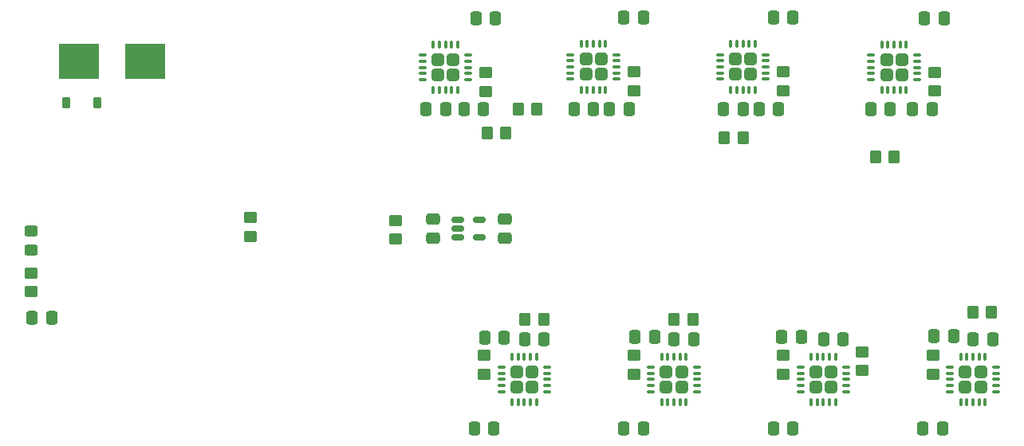
<source format=gbr>
%TF.GenerationSoftware,KiCad,Pcbnew,7.0.6*%
%TF.CreationDate,2023-07-11T08:11:05-07:00*%
%TF.ProjectId,Thermo-RTD-8-v1_5,54686572-6d6f-42d5-9254-442d382d7631,rev?*%
%TF.SameCoordinates,Original*%
%TF.FileFunction,Paste,Top*%
%TF.FilePolarity,Positive*%
%FSLAX46Y46*%
G04 Gerber Fmt 4.6, Leading zero omitted, Abs format (unit mm)*
G04 Created by KiCad (PCBNEW 7.0.6) date 2023-07-11 08:11:05*
%MOMM*%
%LPD*%
G01*
G04 APERTURE LIST*
G04 Aperture macros list*
%AMRoundRect*
0 Rectangle with rounded corners*
0 $1 Rounding radius*
0 $2 $3 $4 $5 $6 $7 $8 $9 X,Y pos of 4 corners*
0 Add a 4 corners polygon primitive as box body*
4,1,4,$2,$3,$4,$5,$6,$7,$8,$9,$2,$3,0*
0 Add four circle primitives for the rounded corners*
1,1,$1+$1,$2,$3*
1,1,$1+$1,$4,$5*
1,1,$1+$1,$6,$7*
1,1,$1+$1,$8,$9*
0 Add four rect primitives between the rounded corners*
20,1,$1+$1,$2,$3,$4,$5,0*
20,1,$1+$1,$4,$5,$6,$7,0*
20,1,$1+$1,$6,$7,$8,$9,0*
20,1,$1+$1,$8,$9,$2,$3,0*%
G04 Aperture macros list end*
%ADD10RoundRect,0.250000X0.450000X-0.350000X0.450000X0.350000X-0.450000X0.350000X-0.450000X-0.350000X0*%
%ADD11RoundRect,0.250000X-0.337500X-0.475000X0.337500X-0.475000X0.337500X0.475000X-0.337500X0.475000X0*%
%ADD12RoundRect,0.250000X-0.350000X-0.450000X0.350000X-0.450000X0.350000X0.450000X-0.350000X0.450000X0*%
%ADD13RoundRect,0.250000X0.337500X0.475000X-0.337500X0.475000X-0.337500X-0.475000X0.337500X-0.475000X0*%
%ADD14RoundRect,0.075000X-0.075000X-0.337500X0.075000X-0.337500X0.075000X0.337500X-0.075000X0.337500X0*%
%ADD15RoundRect,0.075000X-0.337500X-0.075000X0.337500X-0.075000X0.337500X0.075000X-0.337500X0.075000X0*%
%ADD16RoundRect,0.250000X-0.405000X-0.405000X0.405000X-0.405000X0.405000X0.405000X-0.405000X0.405000X0*%
%ADD17RoundRect,0.250000X0.350000X0.450000X-0.350000X0.450000X-0.350000X-0.450000X0.350000X-0.450000X0*%
%ADD18RoundRect,0.225000X0.225000X0.375000X-0.225000X0.375000X-0.225000X-0.375000X0.225000X-0.375000X0*%
%ADD19RoundRect,0.075000X0.075000X0.337500X-0.075000X0.337500X-0.075000X-0.337500X0.075000X-0.337500X0*%
%ADD20RoundRect,0.075000X0.337500X0.075000X-0.337500X0.075000X-0.337500X-0.075000X0.337500X-0.075000X0*%
%ADD21RoundRect,0.250000X0.405000X0.405000X-0.405000X0.405000X-0.405000X-0.405000X0.405000X-0.405000X0*%
%ADD22RoundRect,0.250000X-0.450000X0.350000X-0.450000X-0.350000X0.450000X-0.350000X0.450000X0.350000X0*%
%ADD23RoundRect,0.150000X-0.512500X-0.150000X0.512500X-0.150000X0.512500X0.150000X-0.512500X0.150000X0*%
%ADD24RoundRect,0.250000X-0.450000X0.325000X-0.450000X-0.325000X0.450000X-0.325000X0.450000X0.325000X0*%
%ADD25RoundRect,0.250000X-0.475000X0.337500X-0.475000X-0.337500X0.475000X-0.337500X0.475000X0.337500X0*%
%ADD26R,4.240000X3.810000*%
G04 APERTURE END LIST*
D10*
%TO.C,R202*%
X54160000Y50977500D03*
X54160000Y48977500D03*
%TD*%
D11*
%TO.C,C502*%
X101537500Y47095000D03*
X99462500Y47095000D03*
%TD*%
D12*
%TO.C,R601*%
X60301200Y24717600D03*
X58301200Y24717600D03*
%TD*%
D13*
%TO.C,C601*%
X58265000Y22584000D03*
X60340000Y22584000D03*
%TD*%
D12*
%TO.C,R901*%
X107865000Y25505000D03*
X105865000Y25505000D03*
%TD*%
D11*
%TO.C,C302*%
X85260000Y47095000D03*
X83185000Y47095000D03*
%TD*%
D14*
%TO.C,U801*%
X88710000Y20787500D03*
X89360000Y20787500D03*
X90010000Y20787500D03*
X90660000Y20787500D03*
X91310000Y20787500D03*
D15*
X92447500Y19650000D03*
X92447500Y19000000D03*
X92447500Y18350000D03*
X92447500Y17700000D03*
X92447500Y17050000D03*
D14*
X91310000Y15912500D03*
X90660000Y15912500D03*
X90010000Y15912500D03*
X89360000Y15912500D03*
X88710000Y15912500D03*
D15*
X87572500Y17050000D03*
X87572500Y17700000D03*
X87572500Y18350000D03*
X87572500Y19000000D03*
X87572500Y19650000D03*
D16*
X90820000Y17540000D03*
X90820000Y19160000D03*
X89200000Y17540000D03*
X89200000Y19160000D03*
%TD*%
D11*
%TO.C,C501*%
X97092500Y47095000D03*
X95017500Y47095000D03*
%TD*%
%TO.C,C203*%
X55197500Y56742500D03*
X53122500Y56742500D03*
%TD*%
D17*
%TO.C,R501*%
X95535000Y42015000D03*
X97535000Y42015000D03*
%TD*%
D10*
%TO.C,R302*%
X85740000Y51042500D03*
X85740000Y49042500D03*
%TD*%
D18*
%TO.C,D101*%
X9640000Y47730000D03*
X12940000Y47730000D03*
%TD*%
D14*
%TO.C,U901*%
X104585000Y20787500D03*
X105235000Y20787500D03*
X105885000Y20787500D03*
X106535000Y20787500D03*
X107185000Y20787500D03*
D15*
X108322500Y19650000D03*
X108322500Y19000000D03*
X108322500Y18350000D03*
X108322500Y17700000D03*
X108322500Y17050000D03*
D14*
X107185000Y15912500D03*
X106535000Y15912500D03*
X105885000Y15912500D03*
X105235000Y15912500D03*
X104585000Y15912500D03*
D15*
X103447500Y17050000D03*
X103447500Y17700000D03*
X103447500Y18350000D03*
X103447500Y19000000D03*
X103447500Y19650000D03*
D16*
X106695000Y17540000D03*
X106695000Y19160000D03*
X105075000Y17540000D03*
X105075000Y19160000D03*
%TD*%
D17*
%TO.C,R301*%
X79490000Y44027500D03*
X81490000Y44027500D03*
%TD*%
D11*
%TO.C,C303*%
X86777500Y56807500D03*
X84702500Y56807500D03*
%TD*%
D13*
%TO.C,C802*%
X85570000Y22838000D03*
X87645000Y22838000D03*
%TD*%
%TO.C,C703*%
X68827500Y13125000D03*
X70902500Y13125000D03*
%TD*%
D10*
%TO.C,R402*%
X69865000Y51042500D03*
X69865000Y49042500D03*
%TD*%
D11*
%TO.C,C402*%
X69385000Y47095000D03*
X67310000Y47095000D03*
%TD*%
D19*
%TO.C,U501*%
X98815000Y49080000D03*
X98165000Y49080000D03*
X97515000Y49080000D03*
X96865000Y49080000D03*
X96215000Y49080000D03*
D20*
X95077500Y50217500D03*
X95077500Y50867500D03*
X95077500Y51517500D03*
X95077500Y52167500D03*
X95077500Y52817500D03*
D19*
X96215000Y53955000D03*
X96865000Y53955000D03*
X97515000Y53955000D03*
X98165000Y53955000D03*
X98815000Y53955000D03*
D20*
X99952500Y52817500D03*
X99952500Y52167500D03*
X99952500Y51517500D03*
X99952500Y50867500D03*
X99952500Y50217500D03*
D21*
X96705000Y52327500D03*
X96705000Y50707500D03*
X98325000Y52327500D03*
X98325000Y50707500D03*
%TD*%
D14*
%TO.C,U601*%
X56960000Y20787500D03*
X57610000Y20787500D03*
X58260000Y20787500D03*
X58910000Y20787500D03*
X59560000Y20787500D03*
D15*
X60697500Y19650000D03*
X60697500Y19000000D03*
X60697500Y18350000D03*
X60697500Y17700000D03*
X60697500Y17050000D03*
D14*
X59560000Y15912500D03*
X58910000Y15912500D03*
X58260000Y15912500D03*
X57610000Y15912500D03*
X56960000Y15912500D03*
D15*
X55822500Y17050000D03*
X55822500Y17700000D03*
X55822500Y18350000D03*
X55822500Y19000000D03*
X55822500Y19650000D03*
D16*
X59070000Y17540000D03*
X59070000Y19160000D03*
X57450000Y17540000D03*
X57450000Y19160000D03*
%TD*%
D10*
%TO.C,R502*%
X101785000Y51000000D03*
X101785000Y49000000D03*
%TD*%
D22*
%TO.C,R103*%
X44620000Y33268000D03*
X44620000Y35268000D03*
%TD*%
D23*
%TO.C,U102*%
X53487500Y35345000D03*
X53487500Y33445000D03*
X51212500Y33445000D03*
X51212500Y34395000D03*
X51212500Y35345000D03*
%TD*%
D14*
%TO.C,U701*%
X72835000Y20787500D03*
X73485000Y20787500D03*
X74135000Y20787500D03*
X74785000Y20787500D03*
X75435000Y20787500D03*
D15*
X76572500Y19650000D03*
X76572500Y19000000D03*
X76572500Y18350000D03*
X76572500Y17700000D03*
X76572500Y17050000D03*
D14*
X75435000Y15912500D03*
X74785000Y15912500D03*
X74135000Y15912500D03*
X73485000Y15912500D03*
X72835000Y15912500D03*
D15*
X71697500Y17050000D03*
X71697500Y17700000D03*
X71697500Y18350000D03*
X71697500Y19000000D03*
X71697500Y19650000D03*
D16*
X74945000Y17540000D03*
X74945000Y19160000D03*
X73325000Y17540000D03*
X73325000Y19160000D03*
%TD*%
D13*
%TO.C,C702*%
X69998500Y22838000D03*
X72073500Y22838000D03*
%TD*%
D11*
%TO.C,C301*%
X81465000Y47095000D03*
X79390000Y47095000D03*
%TD*%
D13*
%TO.C,C701*%
X74140000Y22584000D03*
X76215000Y22584000D03*
%TD*%
D22*
%TO.C,R802*%
X85740000Y18890000D03*
X85740000Y20890000D03*
%TD*%
D12*
%TO.C,R701*%
X76176200Y24743000D03*
X74176200Y24743000D03*
%TD*%
D13*
%TO.C,C603*%
X52952500Y13125000D03*
X55027500Y13125000D03*
%TD*%
%TO.C,C903*%
X100577500Y13125000D03*
X102652500Y13125000D03*
%TD*%
D11*
%TO.C,C403*%
X70902500Y56807500D03*
X68827500Y56807500D03*
%TD*%
D19*
%TO.C,U401*%
X66895000Y49145000D03*
X66245000Y49145000D03*
X65595000Y49145000D03*
X64945000Y49145000D03*
X64295000Y49145000D03*
D20*
X63157500Y50282500D03*
X63157500Y50932500D03*
X63157500Y51582500D03*
X63157500Y52232500D03*
X63157500Y52882500D03*
D19*
X64295000Y54020000D03*
X64945000Y54020000D03*
X65595000Y54020000D03*
X66245000Y54020000D03*
X66895000Y54020000D03*
D20*
X68032500Y52882500D03*
X68032500Y52232500D03*
X68032500Y51582500D03*
X68032500Y50932500D03*
X68032500Y50282500D03*
D21*
X64785000Y52392500D03*
X64785000Y50772500D03*
X66405000Y52392500D03*
X66405000Y50772500D03*
%TD*%
D11*
%TO.C,C103*%
X8065500Y24870000D03*
X5990500Y24870000D03*
%TD*%
D13*
%TO.C,C901*%
X105890000Y22584000D03*
X107965000Y22584000D03*
%TD*%
D24*
%TO.C,D102*%
X5885000Y32100000D03*
X5885000Y34150000D03*
%TD*%
D19*
%TO.C,U201*%
X51190000Y49080000D03*
X50540000Y49080000D03*
X49890000Y49080000D03*
X49240000Y49080000D03*
X48590000Y49080000D03*
D20*
X47452500Y50217500D03*
X47452500Y50867500D03*
X47452500Y51517500D03*
X47452500Y52167500D03*
X47452500Y52817500D03*
D19*
X48590000Y53955000D03*
X49240000Y53955000D03*
X49890000Y53955000D03*
X50540000Y53955000D03*
X51190000Y53955000D03*
D20*
X52327500Y52817500D03*
X52327500Y52167500D03*
X52327500Y51517500D03*
X52327500Y50867500D03*
X52327500Y50217500D03*
D21*
X49080000Y52327500D03*
X49080000Y50707500D03*
X50700000Y52327500D03*
X50700000Y50707500D03*
%TD*%
D10*
%TO.C,R102*%
X5885000Y29680000D03*
X5885000Y27680000D03*
%TD*%
%TO.C,R101*%
X29176800Y35572800D03*
X29176800Y33572800D03*
%TD*%
D25*
%TO.C,C104*%
X48540000Y33357500D03*
X48540000Y35432500D03*
%TD*%
D11*
%TO.C,C503*%
X102822500Y56742500D03*
X100747500Y56742500D03*
%TD*%
D25*
%TO.C,C105*%
X56160000Y33357500D03*
X56160000Y35432500D03*
%TD*%
D13*
%TO.C,C602*%
X54051200Y22812600D03*
X56126200Y22812600D03*
%TD*%
D11*
%TO.C,C401*%
X65590000Y47095000D03*
X63515000Y47095000D03*
%TD*%
D17*
%TO.C,R201*%
X54304000Y44555000D03*
X56304000Y44555000D03*
%TD*%
D11*
%TO.C,C202*%
X53912500Y47095000D03*
X51837500Y47095000D03*
%TD*%
%TO.C,C201*%
X49885000Y47095000D03*
X47810000Y47095000D03*
%TD*%
D13*
%TO.C,C803*%
X84702500Y13125000D03*
X86777500Y13125000D03*
%TD*%
D22*
%TO.C,R702*%
X69865000Y18890000D03*
X69865000Y20890000D03*
%TD*%
D13*
%TO.C,C801*%
X90015000Y22584000D03*
X92090000Y22584000D03*
%TD*%
D19*
%TO.C,U301*%
X82770000Y49145000D03*
X82120000Y49145000D03*
X81470000Y49145000D03*
X80820000Y49145000D03*
X80170000Y49145000D03*
D20*
X79032500Y50282500D03*
X79032500Y50932500D03*
X79032500Y51582500D03*
X79032500Y52232500D03*
X79032500Y52882500D03*
D19*
X80170000Y54020000D03*
X80820000Y54020000D03*
X81470000Y54020000D03*
X82120000Y54020000D03*
X82770000Y54020000D03*
D20*
X83907500Y52882500D03*
X83907500Y52232500D03*
X83907500Y51582500D03*
X83907500Y50932500D03*
X83907500Y50282500D03*
D21*
X80660000Y52392500D03*
X80660000Y50772500D03*
X82280000Y52392500D03*
X82280000Y50772500D03*
%TD*%
D22*
%TO.C,R602*%
X53990000Y18890000D03*
X53990000Y20890000D03*
%TD*%
D13*
%TO.C,C902*%
X101770000Y22965000D03*
X103845000Y22965000D03*
%TD*%
D22*
%TO.C,R801*%
X94150000Y19298000D03*
X94150000Y21298000D03*
%TD*%
D26*
%TO.C,F101*%
X17965000Y52175000D03*
X10965000Y52175000D03*
%TD*%
D22*
%TO.C,R902*%
X101615000Y18890000D03*
X101615000Y20890000D03*
%TD*%
D12*
%TO.C,R401*%
X59590000Y47095000D03*
X57590000Y47095000D03*
%TD*%
M02*

</source>
